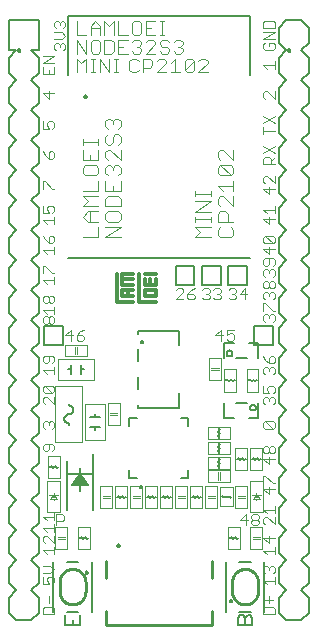
<source format=gto>
G75*
%MOIN*%
%OFA0B0*%
%FSLAX25Y25*%
%IPPOS*%
%LPD*%
%AMOC8*
5,1,8,0,0,1.08239X$1,22.5*
%
%ADD10C,0.00300*%
%ADD11C,0.00400*%
%ADD12C,0.00700*%
%ADD13C,0.00787*%
%ADD14C,0.00800*%
%ADD15C,0.01000*%
%ADD16C,0.00500*%
%ADD17C,0.00100*%
%ADD18C,0.00394*%
%ADD19C,0.00600*%
%ADD20C,0.01200*%
D10*
X0015697Y0007209D02*
X0015697Y0009060D01*
X0016314Y0009677D01*
X0018783Y0009677D01*
X0019400Y0009060D01*
X0019400Y0007209D01*
X0015697Y0007209D01*
X0017548Y0010892D02*
X0017548Y0013361D01*
X0017548Y0017209D02*
X0015697Y0017209D01*
X0015697Y0019677D01*
X0015697Y0020892D02*
X0018166Y0020892D01*
X0019400Y0022126D01*
X0018166Y0023361D01*
X0015697Y0023361D01*
X0016931Y0027209D02*
X0015697Y0028443D01*
X0019400Y0028443D01*
X0019400Y0027209D02*
X0019400Y0029677D01*
X0019400Y0030892D02*
X0016931Y0033361D01*
X0016314Y0033361D01*
X0015697Y0032743D01*
X0015697Y0031509D01*
X0016314Y0030892D01*
X0019400Y0030892D02*
X0019400Y0033361D01*
X0019400Y0034709D02*
X0019400Y0037177D01*
X0020142Y0036825D02*
X0020142Y0040528D01*
X0021993Y0040528D01*
X0022611Y0039911D01*
X0022611Y0038677D01*
X0021993Y0038059D01*
X0020142Y0038059D01*
X0019400Y0038392D02*
X0019400Y0040861D01*
X0019400Y0039626D02*
X0015697Y0039626D01*
X0016931Y0038392D01*
X0015697Y0035943D02*
X0019400Y0035943D01*
X0016931Y0034709D02*
X0015697Y0035943D01*
X0017548Y0019677D02*
X0016931Y0019060D01*
X0016931Y0018443D01*
X0017548Y0017209D01*
X0018783Y0017209D02*
X0019400Y0017826D01*
X0019400Y0019060D01*
X0018783Y0019677D01*
X0017548Y0019677D01*
X0016931Y0061517D02*
X0017548Y0062134D01*
X0017548Y0063986D01*
X0016314Y0063986D02*
X0015697Y0063368D01*
X0015697Y0062134D01*
X0016314Y0061517D01*
X0016931Y0061517D01*
X0016314Y0063986D02*
X0018783Y0063986D01*
X0019400Y0063368D01*
X0019400Y0062134D01*
X0018783Y0061517D01*
X0018783Y0069017D02*
X0019400Y0069634D01*
X0019400Y0070868D01*
X0018783Y0071486D01*
X0018166Y0071486D01*
X0017548Y0070868D01*
X0017548Y0070251D01*
X0017548Y0070868D02*
X0016931Y0071486D01*
X0016314Y0071486D01*
X0015697Y0070868D01*
X0015697Y0069634D01*
X0016314Y0069017D01*
X0016314Y0077209D02*
X0015697Y0077826D01*
X0015697Y0079060D01*
X0016314Y0079677D01*
X0016931Y0079677D01*
X0019400Y0077209D01*
X0019400Y0079677D01*
X0018783Y0080892D02*
X0016314Y0083361D01*
X0018783Y0083361D01*
X0019400Y0082743D01*
X0019400Y0081509D01*
X0018783Y0080892D01*
X0016314Y0080892D01*
X0015697Y0081509D01*
X0015697Y0082743D01*
X0016314Y0083361D01*
X0016931Y0087209D02*
X0015697Y0088443D01*
X0019400Y0088443D01*
X0019400Y0087209D02*
X0019400Y0089677D01*
X0018783Y0090892D02*
X0019400Y0091509D01*
X0019400Y0092743D01*
X0018783Y0093361D01*
X0016314Y0093361D01*
X0015697Y0092743D01*
X0015697Y0091509D01*
X0016314Y0090892D01*
X0016931Y0090892D01*
X0017548Y0091509D01*
X0017548Y0093361D01*
X0023200Y0100177D02*
X0025669Y0100177D01*
X0026883Y0100177D02*
X0028735Y0100177D01*
X0029352Y0099559D01*
X0029352Y0098942D01*
X0028735Y0098325D01*
X0027500Y0098325D01*
X0026883Y0098942D01*
X0026883Y0100177D01*
X0028118Y0101411D01*
X0029352Y0102028D01*
X0025052Y0102028D02*
X0025052Y0098325D01*
X0023200Y0100177D02*
X0025052Y0102028D01*
X0019400Y0104634D02*
X0018783Y0104017D01*
X0018166Y0104017D01*
X0017548Y0104634D01*
X0017548Y0105868D01*
X0018166Y0106486D01*
X0018783Y0106486D01*
X0019400Y0105868D01*
X0019400Y0104634D01*
X0017548Y0104634D02*
X0016931Y0104017D01*
X0016314Y0104017D01*
X0015697Y0104634D01*
X0015697Y0105868D01*
X0016314Y0106486D01*
X0016931Y0106486D01*
X0017548Y0105868D01*
X0016931Y0107209D02*
X0015697Y0108443D01*
X0019400Y0108443D01*
X0019400Y0107209D02*
X0019400Y0109677D01*
X0018783Y0110892D02*
X0018166Y0110892D01*
X0017548Y0111509D01*
X0017548Y0112743D01*
X0018166Y0113361D01*
X0018783Y0113361D01*
X0019400Y0112743D01*
X0019400Y0111509D01*
X0018783Y0110892D01*
X0017548Y0111509D02*
X0016931Y0110892D01*
X0016314Y0110892D01*
X0015697Y0111509D01*
X0015697Y0112743D01*
X0016314Y0113361D01*
X0016931Y0113361D01*
X0017548Y0112743D01*
X0016931Y0117209D02*
X0015697Y0118443D01*
X0019400Y0118443D01*
X0019400Y0117209D02*
X0019400Y0119677D01*
X0019400Y0120892D02*
X0018783Y0120892D01*
X0016314Y0123361D01*
X0015697Y0123361D01*
X0015697Y0120892D01*
X0016931Y0127209D02*
X0015697Y0128443D01*
X0019400Y0128443D01*
X0019400Y0127209D02*
X0019400Y0129677D01*
X0018783Y0130892D02*
X0017548Y0130892D01*
X0017548Y0132743D01*
X0018166Y0133361D01*
X0018783Y0133361D01*
X0019400Y0132743D01*
X0019400Y0131509D01*
X0018783Y0130892D01*
X0017548Y0130892D02*
X0016314Y0132126D01*
X0015697Y0133361D01*
X0016931Y0137209D02*
X0015697Y0138443D01*
X0019400Y0138443D01*
X0019400Y0137209D02*
X0019400Y0139677D01*
X0018783Y0140892D02*
X0019400Y0141509D01*
X0019400Y0142743D01*
X0018783Y0143361D01*
X0017548Y0143361D01*
X0016931Y0142743D01*
X0016931Y0142126D01*
X0017548Y0140892D01*
X0015697Y0140892D01*
X0015697Y0143361D01*
X0015697Y0149017D02*
X0015697Y0151486D01*
X0016314Y0151486D01*
X0018783Y0149017D01*
X0019400Y0149017D01*
X0018783Y0159017D02*
X0017548Y0159017D01*
X0017548Y0160868D01*
X0018166Y0161486D01*
X0018783Y0161486D01*
X0019400Y0160868D01*
X0019400Y0159634D01*
X0018783Y0159017D01*
X0017548Y0159017D02*
X0016314Y0160251D01*
X0015697Y0161486D01*
X0015697Y0169017D02*
X0017548Y0169017D01*
X0016931Y0170251D01*
X0016931Y0170868D01*
X0017548Y0171486D01*
X0018783Y0171486D01*
X0019400Y0170868D01*
X0019400Y0169634D01*
X0018783Y0169017D01*
X0015697Y0169017D02*
X0015697Y0171486D01*
X0017548Y0179017D02*
X0017548Y0181486D01*
X0015697Y0180868D02*
X0017548Y0179017D01*
X0015697Y0180868D02*
X0019400Y0180868D01*
X0019400Y0187209D02*
X0015697Y0187209D01*
X0015697Y0189677D01*
X0015697Y0190892D02*
X0019400Y0193361D01*
X0015697Y0193361D01*
X0015697Y0190892D02*
X0019400Y0190892D01*
X0019400Y0189677D02*
X0019400Y0187209D01*
X0017548Y0187209D02*
X0017548Y0188443D01*
X0020064Y0195088D02*
X0019447Y0195705D01*
X0019447Y0196940D01*
X0020064Y0197557D01*
X0020681Y0197557D01*
X0021298Y0196940D01*
X0021916Y0197557D01*
X0022533Y0197557D01*
X0023150Y0196940D01*
X0023150Y0195705D01*
X0022533Y0195088D01*
X0021298Y0196322D02*
X0021298Y0196940D01*
X0021916Y0198771D02*
X0023150Y0200006D01*
X0021916Y0201240D01*
X0019447Y0201240D01*
X0020064Y0202454D02*
X0019447Y0203072D01*
X0019447Y0204306D01*
X0020064Y0204923D01*
X0020681Y0204923D01*
X0021298Y0204306D01*
X0021916Y0204923D01*
X0022533Y0204923D01*
X0023150Y0204306D01*
X0023150Y0203072D01*
X0022533Y0202454D01*
X0021298Y0203689D02*
X0021298Y0204306D01*
X0021916Y0198771D02*
X0019447Y0198771D01*
X0060692Y0115778D02*
X0060075Y0115161D01*
X0060692Y0115778D02*
X0061927Y0115778D01*
X0062544Y0115161D01*
X0062544Y0114544D01*
X0060075Y0112075D01*
X0062544Y0112075D01*
X0063758Y0112692D02*
X0063758Y0113927D01*
X0065610Y0113927D01*
X0066227Y0113309D01*
X0066227Y0112692D01*
X0065610Y0112075D01*
X0064375Y0112075D01*
X0063758Y0112692D01*
X0063758Y0113927D02*
X0064993Y0115161D01*
X0066227Y0115778D01*
X0068825Y0115161D02*
X0069442Y0115778D01*
X0070677Y0115778D01*
X0071294Y0115161D01*
X0071294Y0114544D01*
X0070677Y0113927D01*
X0071294Y0113309D01*
X0071294Y0112692D01*
X0070677Y0112075D01*
X0069442Y0112075D01*
X0068825Y0112692D01*
X0070059Y0113927D02*
X0070677Y0113927D01*
X0072508Y0115161D02*
X0073125Y0115778D01*
X0074360Y0115778D01*
X0074977Y0115161D01*
X0074977Y0114544D01*
X0074360Y0113927D01*
X0074977Y0113309D01*
X0074977Y0112692D01*
X0074360Y0112075D01*
X0073125Y0112075D01*
X0072508Y0112692D01*
X0073743Y0113927D02*
X0074360Y0113927D01*
X0077575Y0115161D02*
X0078192Y0115778D01*
X0079427Y0115778D01*
X0080044Y0115161D01*
X0080044Y0114544D01*
X0079427Y0113927D01*
X0080044Y0113309D01*
X0080044Y0112692D01*
X0079427Y0112075D01*
X0078192Y0112075D01*
X0077575Y0112692D01*
X0078809Y0113927D02*
X0079427Y0113927D01*
X0081258Y0113927D02*
X0083727Y0113927D01*
X0083110Y0115778D02*
X0083110Y0112075D01*
X0081258Y0113927D02*
X0083110Y0115778D01*
X0089197Y0116375D02*
X0089197Y0117610D01*
X0089814Y0118227D01*
X0090431Y0118227D01*
X0091048Y0117610D01*
X0091048Y0116375D01*
X0090431Y0115758D01*
X0089814Y0115758D01*
X0089197Y0116375D01*
X0091048Y0116375D02*
X0091666Y0115758D01*
X0092283Y0115758D01*
X0092900Y0116375D01*
X0092900Y0117610D01*
X0092283Y0118227D01*
X0091666Y0118227D01*
X0091048Y0117610D01*
X0089814Y0119575D02*
X0089197Y0120192D01*
X0089197Y0121427D01*
X0089814Y0122044D01*
X0090431Y0122044D01*
X0091048Y0121427D01*
X0091666Y0122044D01*
X0092283Y0122044D01*
X0092900Y0121427D01*
X0092900Y0120192D01*
X0092283Y0119575D01*
X0091048Y0120809D02*
X0091048Y0121427D01*
X0090431Y0123258D02*
X0089814Y0123258D01*
X0089197Y0123875D01*
X0089197Y0125110D01*
X0089814Y0125727D01*
X0092283Y0125727D01*
X0092900Y0125110D01*
X0092900Y0123875D01*
X0092283Y0123258D01*
X0091048Y0123875D02*
X0091048Y0125727D01*
X0091048Y0127075D02*
X0091048Y0129544D01*
X0089814Y0130758D02*
X0089197Y0131375D01*
X0089197Y0132610D01*
X0089814Y0133227D01*
X0092283Y0130758D01*
X0092900Y0131375D01*
X0092900Y0132610D01*
X0092283Y0133227D01*
X0089814Y0133227D01*
X0089814Y0130758D02*
X0092283Y0130758D01*
X0092900Y0128927D02*
X0089197Y0128927D01*
X0091048Y0127075D01*
X0091048Y0123875D02*
X0090431Y0123258D01*
X0090431Y0114544D02*
X0089814Y0114544D01*
X0089197Y0113927D01*
X0089197Y0112692D01*
X0089814Y0112075D01*
X0089814Y0110727D02*
X0092283Y0108258D01*
X0092900Y0108258D01*
X0092283Y0107044D02*
X0092900Y0106427D01*
X0092900Y0105192D01*
X0092283Y0104575D01*
X0091048Y0105809D02*
X0091048Y0106427D01*
X0091666Y0107044D01*
X0092283Y0107044D01*
X0091048Y0106427D02*
X0090431Y0107044D01*
X0089814Y0107044D01*
X0089197Y0106427D01*
X0089197Y0105192D01*
X0089814Y0104575D01*
X0089197Y0108258D02*
X0089197Y0110727D01*
X0089814Y0110727D01*
X0091048Y0113309D02*
X0091048Y0113927D01*
X0091666Y0114544D01*
X0092283Y0114544D01*
X0092900Y0113927D01*
X0092900Y0112692D01*
X0092283Y0112075D01*
X0091048Y0113927D02*
X0090431Y0114544D01*
X0079352Y0102028D02*
X0076883Y0102028D01*
X0076883Y0100177D01*
X0078118Y0100794D01*
X0078735Y0100794D01*
X0079352Y0100177D01*
X0079352Y0098942D01*
X0078735Y0098325D01*
X0077500Y0098325D01*
X0076883Y0098942D01*
X0075669Y0100177D02*
X0073200Y0100177D01*
X0075052Y0102028D01*
X0075052Y0098325D01*
X0089197Y0093227D02*
X0089814Y0091993D01*
X0091048Y0090758D01*
X0091048Y0092610D01*
X0091666Y0093227D01*
X0092283Y0093227D01*
X0092900Y0092610D01*
X0092900Y0091375D01*
X0092283Y0090758D01*
X0091048Y0090758D01*
X0090431Y0089544D02*
X0089814Y0089544D01*
X0089197Y0088927D01*
X0089197Y0087692D01*
X0089814Y0087075D01*
X0091048Y0088309D02*
X0091048Y0088927D01*
X0091666Y0089544D01*
X0092283Y0089544D01*
X0092900Y0088927D01*
X0092900Y0087692D01*
X0092283Y0087075D01*
X0091048Y0088927D02*
X0090431Y0089544D01*
X0091048Y0083227D02*
X0092283Y0083227D01*
X0092900Y0082610D01*
X0092900Y0081375D01*
X0092283Y0080758D01*
X0092283Y0079544D02*
X0092900Y0078927D01*
X0092900Y0077692D01*
X0092283Y0077075D01*
X0091048Y0078309D02*
X0091048Y0078927D01*
X0091666Y0079544D01*
X0092283Y0079544D01*
X0091048Y0078927D02*
X0090431Y0079544D01*
X0089814Y0079544D01*
X0089197Y0078927D01*
X0089197Y0077692D01*
X0089814Y0077075D01*
X0089197Y0080758D02*
X0091048Y0080758D01*
X0090431Y0081993D01*
X0090431Y0082610D01*
X0091048Y0083227D01*
X0089197Y0083227D02*
X0089197Y0080758D01*
X0089814Y0071419D02*
X0092283Y0068950D01*
X0092900Y0069567D01*
X0092900Y0070802D01*
X0092283Y0071419D01*
X0089814Y0071419D01*
X0089197Y0070802D01*
X0089197Y0069567D01*
X0089814Y0068950D01*
X0092283Y0068950D01*
X0092283Y0063227D02*
X0092900Y0062610D01*
X0092900Y0061375D01*
X0092283Y0060758D01*
X0091666Y0060758D01*
X0091048Y0061375D01*
X0091048Y0062610D01*
X0091666Y0063227D01*
X0092283Y0063227D01*
X0091048Y0062610D02*
X0090431Y0063227D01*
X0089814Y0063227D01*
X0089197Y0062610D01*
X0089197Y0061375D01*
X0089814Y0060758D01*
X0090431Y0060758D01*
X0091048Y0061375D01*
X0091048Y0059544D02*
X0091048Y0057075D01*
X0089197Y0058927D01*
X0092900Y0058927D01*
X0089814Y0053227D02*
X0092283Y0050758D01*
X0092900Y0050758D01*
X0092900Y0048927D02*
X0089197Y0048927D01*
X0091048Y0047075D01*
X0091048Y0049544D01*
X0089197Y0050758D02*
X0089197Y0053227D01*
X0089814Y0053227D01*
X0092900Y0043227D02*
X0092900Y0040758D01*
X0092900Y0039544D02*
X0092900Y0037075D01*
X0090431Y0039544D01*
X0089814Y0039544D01*
X0089197Y0038927D01*
X0089197Y0037692D01*
X0089814Y0037075D01*
X0087611Y0037442D02*
X0086993Y0036825D01*
X0085759Y0036825D01*
X0085142Y0037442D01*
X0085142Y0038059D01*
X0085759Y0038677D01*
X0086993Y0038677D01*
X0087611Y0038059D01*
X0087611Y0037442D01*
X0086993Y0038677D02*
X0087611Y0039294D01*
X0087611Y0039911D01*
X0086993Y0040528D01*
X0085759Y0040528D01*
X0085142Y0039911D01*
X0085142Y0039294D01*
X0085759Y0038677D01*
X0083927Y0038677D02*
X0081459Y0038677D01*
X0083310Y0040528D01*
X0083310Y0036825D01*
X0089197Y0032610D02*
X0091048Y0030758D01*
X0091048Y0033227D01*
X0089197Y0032610D02*
X0092900Y0032610D01*
X0092900Y0029544D02*
X0092900Y0027075D01*
X0092900Y0028309D02*
X0089197Y0028309D01*
X0090431Y0027075D01*
X0090431Y0023227D02*
X0089814Y0023227D01*
X0089197Y0022610D01*
X0089197Y0021375D01*
X0089814Y0020758D01*
X0091048Y0021993D02*
X0091048Y0022610D01*
X0091666Y0023227D01*
X0092283Y0023227D01*
X0092900Y0022610D01*
X0092900Y0021375D01*
X0092283Y0020758D01*
X0092900Y0019544D02*
X0092900Y0017075D01*
X0092900Y0018309D02*
X0089197Y0018309D01*
X0090431Y0017075D01*
X0091048Y0013227D02*
X0091048Y0010758D01*
X0089814Y0009544D02*
X0089197Y0008927D01*
X0089197Y0007075D01*
X0092900Y0007075D01*
X0092900Y0008927D01*
X0092283Y0009544D01*
X0089814Y0009544D01*
X0089814Y0011993D02*
X0092283Y0011993D01*
X0091048Y0022610D02*
X0090431Y0023227D01*
X0090431Y0040758D02*
X0089197Y0041993D01*
X0092900Y0041993D01*
X0091048Y0137075D02*
X0091048Y0139544D01*
X0090431Y0140758D02*
X0089197Y0141993D01*
X0092900Y0141993D01*
X0092900Y0143227D02*
X0092900Y0140758D01*
X0092900Y0138927D02*
X0089197Y0138927D01*
X0091048Y0137075D01*
X0091048Y0147075D02*
X0089197Y0148927D01*
X0092900Y0148927D01*
X0092900Y0150758D02*
X0090431Y0153227D01*
X0089814Y0153227D01*
X0089197Y0152610D01*
X0089197Y0151375D01*
X0089814Y0150758D01*
X0091048Y0149544D02*
X0091048Y0147075D01*
X0092900Y0150758D02*
X0092900Y0153227D01*
X0092900Y0157075D02*
X0089197Y0157075D01*
X0089197Y0158927D01*
X0089814Y0159544D01*
X0091048Y0159544D01*
X0091666Y0158927D01*
X0091666Y0157075D01*
X0091666Y0158309D02*
X0092900Y0159544D01*
X0092900Y0160758D02*
X0089197Y0163227D01*
X0089197Y0160758D02*
X0092900Y0163227D01*
X0092900Y0168309D02*
X0089197Y0168309D01*
X0089197Y0167075D02*
X0089197Y0169544D01*
X0089197Y0170758D02*
X0092900Y0173227D01*
X0092900Y0170758D02*
X0089197Y0173227D01*
X0089814Y0178950D02*
X0089197Y0179567D01*
X0089197Y0180802D01*
X0089814Y0181419D01*
X0090431Y0181419D01*
X0092900Y0178950D01*
X0092900Y0181419D01*
X0092900Y0188950D02*
X0092900Y0191419D01*
X0092900Y0190184D02*
X0089197Y0190184D01*
X0090431Y0188950D01*
X0089814Y0195200D02*
X0092283Y0195200D01*
X0092900Y0195817D01*
X0092900Y0197052D01*
X0092283Y0197669D01*
X0091048Y0197669D01*
X0091048Y0196434D01*
X0089814Y0195200D02*
X0089197Y0195817D01*
X0089197Y0197052D01*
X0089814Y0197669D01*
X0089197Y0198883D02*
X0092900Y0201352D01*
X0089197Y0201352D01*
X0089197Y0202566D02*
X0089197Y0204418D01*
X0089814Y0205035D01*
X0092283Y0205035D01*
X0092900Y0204418D01*
X0092900Y0202566D01*
X0089197Y0202566D01*
X0089197Y0198883D02*
X0092900Y0198883D01*
D11*
X0079100Y0162002D02*
X0079100Y0158532D01*
X0075630Y0162002D01*
X0074763Y0162002D01*
X0073896Y0161134D01*
X0073896Y0159399D01*
X0074763Y0158532D01*
X0074763Y0156845D02*
X0078233Y0153376D01*
X0079100Y0154243D01*
X0079100Y0155978D01*
X0078233Y0156845D01*
X0074763Y0156845D01*
X0073896Y0155978D01*
X0073896Y0154243D01*
X0074763Y0153376D01*
X0078233Y0153376D01*
X0079100Y0151689D02*
X0079100Y0148219D01*
X0079100Y0146532D02*
X0079100Y0143063D01*
X0075630Y0146532D01*
X0074763Y0146532D01*
X0073896Y0145665D01*
X0073896Y0143930D01*
X0074763Y0143063D01*
X0074763Y0141376D02*
X0076498Y0141376D01*
X0077365Y0140509D01*
X0077365Y0137906D01*
X0079100Y0137906D02*
X0073896Y0137906D01*
X0073896Y0140509D01*
X0074763Y0141376D01*
X0071600Y0141344D02*
X0066396Y0141344D01*
X0071600Y0144814D01*
X0066396Y0144814D01*
X0066396Y0146500D02*
X0066396Y0148235D01*
X0066396Y0147368D02*
X0071600Y0147368D01*
X0071600Y0148235D02*
X0071600Y0146500D01*
X0073896Y0149954D02*
X0079100Y0149954D01*
X0075630Y0148219D02*
X0073896Y0149954D01*
X0071600Y0139641D02*
X0071600Y0137906D01*
X0071600Y0138774D02*
X0066396Y0138774D01*
X0066396Y0139641D02*
X0066396Y0137906D01*
X0066396Y0136220D02*
X0071600Y0136220D01*
X0071600Y0132750D02*
X0066396Y0132750D01*
X0068130Y0134485D01*
X0066396Y0136220D01*
X0073896Y0135352D02*
X0073896Y0133617D01*
X0074763Y0132750D01*
X0078233Y0132750D01*
X0079100Y0133617D01*
X0079100Y0135352D01*
X0078233Y0136220D01*
X0074763Y0136220D02*
X0073896Y0135352D01*
X0070589Y0187750D02*
X0067520Y0187750D01*
X0070589Y0190819D01*
X0070589Y0191587D01*
X0069822Y0192354D01*
X0068287Y0192354D01*
X0067520Y0191587D01*
X0065985Y0191587D02*
X0065985Y0188517D01*
X0065218Y0187750D01*
X0063683Y0187750D01*
X0062916Y0188517D01*
X0065985Y0191587D01*
X0065218Y0192354D01*
X0063683Y0192354D01*
X0062916Y0191587D01*
X0062916Y0188517D01*
X0061381Y0187750D02*
X0058312Y0187750D01*
X0056777Y0187750D02*
X0053708Y0187750D01*
X0056777Y0190819D01*
X0056777Y0191587D01*
X0056010Y0192354D01*
X0054475Y0192354D01*
X0053708Y0191587D01*
X0052173Y0191587D02*
X0052173Y0190052D01*
X0051406Y0189285D01*
X0049104Y0189285D01*
X0049104Y0187750D02*
X0049104Y0192354D01*
X0051406Y0192354D01*
X0052173Y0191587D01*
X0053089Y0194000D02*
X0050020Y0194000D01*
X0053089Y0197069D01*
X0053089Y0197837D01*
X0052322Y0198604D01*
X0050787Y0198604D01*
X0050020Y0197837D01*
X0050020Y0200250D02*
X0053089Y0200250D01*
X0051554Y0202552D02*
X0050020Y0202552D01*
X0050020Y0204854D02*
X0050020Y0200250D01*
X0048485Y0201017D02*
X0048485Y0204087D01*
X0047718Y0204854D01*
X0046183Y0204854D01*
X0045416Y0204087D01*
X0045416Y0201017D01*
X0046183Y0200250D01*
X0047718Y0200250D01*
X0048485Y0201017D01*
X0047718Y0198604D02*
X0048485Y0197837D01*
X0048485Y0197069D01*
X0047718Y0196302D01*
X0048485Y0195535D01*
X0048485Y0194767D01*
X0047718Y0194000D01*
X0046183Y0194000D01*
X0045416Y0194767D01*
X0043881Y0194000D02*
X0040812Y0194000D01*
X0040812Y0198604D01*
X0043881Y0198604D01*
X0043881Y0200250D02*
X0040812Y0200250D01*
X0040812Y0204854D01*
X0039277Y0204854D02*
X0039277Y0200250D01*
X0038510Y0198604D02*
X0036208Y0198604D01*
X0036208Y0194000D01*
X0038510Y0194000D01*
X0039277Y0194767D01*
X0039277Y0197837D01*
X0038510Y0198604D01*
X0036208Y0200250D02*
X0036208Y0204854D01*
X0037742Y0203319D01*
X0039277Y0204854D01*
X0040812Y0196302D02*
X0042346Y0196302D01*
X0040812Y0192354D02*
X0039277Y0192354D01*
X0040044Y0192354D02*
X0040044Y0187750D01*
X0039277Y0187750D02*
X0040812Y0187750D01*
X0037742Y0187750D02*
X0037742Y0192354D01*
X0034673Y0192354D02*
X0037742Y0187750D01*
X0034673Y0187750D02*
X0034673Y0192354D01*
X0033139Y0192354D02*
X0031604Y0192354D01*
X0032371Y0192354D02*
X0032371Y0187750D01*
X0031604Y0187750D02*
X0033139Y0187750D01*
X0030069Y0187750D02*
X0030069Y0192354D01*
X0028535Y0190819D01*
X0027000Y0192354D01*
X0027000Y0187750D01*
X0027000Y0194000D02*
X0027000Y0198604D01*
X0030069Y0194000D01*
X0030069Y0198604D01*
X0030069Y0200250D02*
X0027000Y0200250D01*
X0027000Y0204854D01*
X0031604Y0203319D02*
X0031604Y0200250D01*
X0032371Y0198604D02*
X0031604Y0197837D01*
X0031604Y0194767D01*
X0032371Y0194000D01*
X0033906Y0194000D01*
X0034673Y0194767D01*
X0034673Y0197837D01*
X0033906Y0198604D01*
X0032371Y0198604D01*
X0034673Y0200250D02*
X0034673Y0203319D01*
X0033139Y0204854D01*
X0031604Y0203319D01*
X0031604Y0202552D02*
X0034673Y0202552D01*
X0045267Y0192354D02*
X0044500Y0191587D01*
X0044500Y0188517D01*
X0045267Y0187750D01*
X0046802Y0187750D01*
X0047569Y0188517D01*
X0047569Y0191587D02*
X0046802Y0192354D01*
X0045267Y0192354D01*
X0046950Y0196302D02*
X0047718Y0196302D01*
X0047718Y0198604D02*
X0046183Y0198604D01*
X0045416Y0197837D01*
X0050020Y0204854D02*
X0053089Y0204854D01*
X0054624Y0204854D02*
X0056158Y0204854D01*
X0055391Y0204854D02*
X0055391Y0200250D01*
X0054624Y0200250D02*
X0056158Y0200250D01*
X0055391Y0198604D02*
X0054624Y0197837D01*
X0054624Y0197069D01*
X0055391Y0196302D01*
X0056926Y0196302D01*
X0057693Y0195535D01*
X0057693Y0194767D01*
X0056926Y0194000D01*
X0055391Y0194000D01*
X0054624Y0194767D01*
X0055391Y0198604D02*
X0056926Y0198604D01*
X0057693Y0197837D01*
X0059227Y0197837D02*
X0059995Y0198604D01*
X0061529Y0198604D01*
X0062297Y0197837D01*
X0062297Y0197069D01*
X0061529Y0196302D01*
X0062297Y0195535D01*
X0062297Y0194767D01*
X0061529Y0194000D01*
X0059995Y0194000D01*
X0059227Y0194767D01*
X0060762Y0196302D02*
X0061529Y0196302D01*
X0059846Y0192354D02*
X0059846Y0187750D01*
X0058312Y0190819D02*
X0059846Y0192354D01*
X0040733Y0172314D02*
X0041600Y0171447D01*
X0041600Y0169712D01*
X0040733Y0168845D01*
X0040733Y0167158D02*
X0039865Y0167158D01*
X0038998Y0166291D01*
X0038998Y0164556D01*
X0038130Y0163688D01*
X0037263Y0163688D01*
X0036396Y0164556D01*
X0036396Y0166291D01*
X0037263Y0167158D01*
X0037263Y0168845D02*
X0036396Y0169712D01*
X0036396Y0171447D01*
X0037263Y0172314D01*
X0038130Y0172314D01*
X0038998Y0171447D01*
X0039865Y0172314D01*
X0040733Y0172314D01*
X0038998Y0171447D02*
X0038998Y0170580D01*
X0040733Y0167158D02*
X0041600Y0166291D01*
X0041600Y0164556D01*
X0040733Y0163688D01*
X0041600Y0162002D02*
X0041600Y0158532D01*
X0038130Y0162002D01*
X0037263Y0162002D01*
X0036396Y0161134D01*
X0036396Y0159399D01*
X0037263Y0158532D01*
X0037263Y0156845D02*
X0036396Y0155978D01*
X0036396Y0154243D01*
X0037263Y0153376D01*
X0036396Y0151689D02*
X0036396Y0148219D01*
X0041600Y0148219D01*
X0041600Y0151689D01*
X0040733Y0153376D02*
X0041600Y0154243D01*
X0041600Y0155978D01*
X0040733Y0156845D01*
X0039865Y0156845D01*
X0038998Y0155978D01*
X0038998Y0155110D01*
X0038998Y0155978D02*
X0038130Y0156845D01*
X0037263Y0156845D01*
X0034100Y0155978D02*
X0034100Y0154243D01*
X0033233Y0153376D01*
X0029763Y0153376D01*
X0028896Y0154243D01*
X0028896Y0155978D01*
X0029763Y0156845D01*
X0033233Y0156845D01*
X0034100Y0155978D01*
X0034100Y0158532D02*
X0034100Y0162002D01*
X0034100Y0163688D02*
X0034100Y0165423D01*
X0034100Y0164556D02*
X0028896Y0164556D01*
X0028896Y0165423D02*
X0028896Y0163688D01*
X0028896Y0162002D02*
X0028896Y0158532D01*
X0034100Y0158532D01*
X0031498Y0158532D02*
X0031498Y0160267D01*
X0034100Y0151689D02*
X0034100Y0148219D01*
X0028896Y0148219D01*
X0028896Y0146532D02*
X0034100Y0146532D01*
X0034100Y0143063D02*
X0028896Y0143063D01*
X0030630Y0144798D01*
X0028896Y0146532D01*
X0030630Y0141376D02*
X0034100Y0141376D01*
X0036396Y0140509D02*
X0037263Y0141376D01*
X0040733Y0141376D01*
X0041600Y0140509D01*
X0041600Y0138774D01*
X0040733Y0137906D01*
X0037263Y0137906D01*
X0036396Y0138774D01*
X0036396Y0140509D01*
X0036396Y0143063D02*
X0036396Y0145665D01*
X0037263Y0146532D01*
X0040733Y0146532D01*
X0041600Y0145665D01*
X0041600Y0143063D01*
X0036396Y0143063D01*
X0038998Y0148219D02*
X0038998Y0149954D01*
X0031498Y0141376D02*
X0031498Y0137906D01*
X0030630Y0137906D02*
X0028896Y0139641D01*
X0030630Y0141376D01*
X0030630Y0137906D02*
X0034100Y0137906D01*
X0034100Y0136220D02*
X0034100Y0132750D01*
X0028896Y0132750D01*
X0036396Y0132750D02*
X0041600Y0136220D01*
X0036396Y0136220D01*
X0036396Y0132750D02*
X0041600Y0132750D01*
D12*
X0028012Y0006794D02*
X0028012Y0003525D01*
X0023108Y0003525D01*
X0023108Y0006794D01*
X0025560Y0005160D02*
X0025560Y0003525D01*
X0080608Y0003525D02*
X0080608Y0005977D01*
X0081426Y0006794D01*
X0082243Y0006794D01*
X0083060Y0005977D01*
X0083060Y0003525D01*
X0083060Y0005977D02*
X0083878Y0006794D01*
X0084695Y0006794D01*
X0085513Y0005977D01*
X0085513Y0003525D01*
X0080608Y0003525D01*
D13*
X0077932Y0011576D02*
X0077934Y0011615D01*
X0077940Y0011654D01*
X0077950Y0011692D01*
X0077963Y0011729D01*
X0077980Y0011764D01*
X0078000Y0011798D01*
X0078024Y0011829D01*
X0078051Y0011858D01*
X0078080Y0011884D01*
X0078112Y0011907D01*
X0078146Y0011927D01*
X0078182Y0011943D01*
X0078219Y0011955D01*
X0078258Y0011964D01*
X0078297Y0011969D01*
X0078336Y0011970D01*
X0078375Y0011967D01*
X0078414Y0011960D01*
X0078451Y0011949D01*
X0078488Y0011935D01*
X0078523Y0011917D01*
X0078556Y0011896D01*
X0078587Y0011871D01*
X0078615Y0011844D01*
X0078640Y0011814D01*
X0078662Y0011781D01*
X0078681Y0011747D01*
X0078696Y0011711D01*
X0078708Y0011673D01*
X0078716Y0011635D01*
X0078720Y0011596D01*
X0078720Y0011556D01*
X0078716Y0011517D01*
X0078708Y0011479D01*
X0078696Y0011441D01*
X0078681Y0011405D01*
X0078662Y0011371D01*
X0078640Y0011338D01*
X0078615Y0011308D01*
X0078587Y0011281D01*
X0078556Y0011256D01*
X0078523Y0011235D01*
X0078488Y0011217D01*
X0078451Y0011203D01*
X0078414Y0011192D01*
X0078375Y0011185D01*
X0078336Y0011182D01*
X0078297Y0011183D01*
X0078258Y0011188D01*
X0078219Y0011197D01*
X0078182Y0011209D01*
X0078146Y0011225D01*
X0078112Y0011245D01*
X0078080Y0011268D01*
X0078051Y0011294D01*
X0078024Y0011323D01*
X0078000Y0011354D01*
X0077980Y0011388D01*
X0077963Y0011423D01*
X0077950Y0011460D01*
X0077940Y0011498D01*
X0077934Y0011537D01*
X0077932Y0011576D01*
X0048000Y0049558D02*
X0048002Y0049597D01*
X0048008Y0049636D01*
X0048018Y0049674D01*
X0048031Y0049711D01*
X0048048Y0049746D01*
X0048068Y0049780D01*
X0048092Y0049811D01*
X0048119Y0049840D01*
X0048148Y0049866D01*
X0048180Y0049889D01*
X0048214Y0049909D01*
X0048250Y0049925D01*
X0048287Y0049937D01*
X0048326Y0049946D01*
X0048365Y0049951D01*
X0048404Y0049952D01*
X0048443Y0049949D01*
X0048482Y0049942D01*
X0048519Y0049931D01*
X0048556Y0049917D01*
X0048591Y0049899D01*
X0048624Y0049878D01*
X0048655Y0049853D01*
X0048683Y0049826D01*
X0048708Y0049796D01*
X0048730Y0049763D01*
X0048749Y0049729D01*
X0048764Y0049693D01*
X0048776Y0049655D01*
X0048784Y0049617D01*
X0048788Y0049578D01*
X0048788Y0049538D01*
X0048784Y0049499D01*
X0048776Y0049461D01*
X0048764Y0049423D01*
X0048749Y0049387D01*
X0048730Y0049353D01*
X0048708Y0049320D01*
X0048683Y0049290D01*
X0048655Y0049263D01*
X0048624Y0049238D01*
X0048591Y0049217D01*
X0048556Y0049199D01*
X0048519Y0049185D01*
X0048482Y0049174D01*
X0048443Y0049167D01*
X0048404Y0049164D01*
X0048365Y0049165D01*
X0048326Y0049170D01*
X0048287Y0049179D01*
X0048250Y0049191D01*
X0048214Y0049207D01*
X0048180Y0049227D01*
X0048148Y0049250D01*
X0048119Y0049276D01*
X0048092Y0049305D01*
X0048068Y0049336D01*
X0048048Y0049370D01*
X0048031Y0049405D01*
X0048018Y0049442D01*
X0048008Y0049480D01*
X0048002Y0049519D01*
X0048000Y0049558D01*
X0040520Y0030050D02*
X0040522Y0030089D01*
X0040528Y0030128D01*
X0040538Y0030166D01*
X0040551Y0030203D01*
X0040568Y0030238D01*
X0040588Y0030272D01*
X0040612Y0030303D01*
X0040639Y0030332D01*
X0040668Y0030358D01*
X0040700Y0030381D01*
X0040734Y0030401D01*
X0040770Y0030417D01*
X0040807Y0030429D01*
X0040846Y0030438D01*
X0040885Y0030443D01*
X0040924Y0030444D01*
X0040963Y0030441D01*
X0041002Y0030434D01*
X0041039Y0030423D01*
X0041076Y0030409D01*
X0041111Y0030391D01*
X0041144Y0030370D01*
X0041175Y0030345D01*
X0041203Y0030318D01*
X0041228Y0030288D01*
X0041250Y0030255D01*
X0041269Y0030221D01*
X0041284Y0030185D01*
X0041296Y0030147D01*
X0041304Y0030109D01*
X0041308Y0030070D01*
X0041308Y0030030D01*
X0041304Y0029991D01*
X0041296Y0029953D01*
X0041284Y0029915D01*
X0041269Y0029879D01*
X0041250Y0029845D01*
X0041228Y0029812D01*
X0041203Y0029782D01*
X0041175Y0029755D01*
X0041144Y0029730D01*
X0041111Y0029709D01*
X0041076Y0029691D01*
X0041039Y0029677D01*
X0041002Y0029666D01*
X0040963Y0029659D01*
X0040924Y0029656D01*
X0040885Y0029657D01*
X0040846Y0029662D01*
X0040807Y0029671D01*
X0040770Y0029683D01*
X0040734Y0029699D01*
X0040700Y0029719D01*
X0040668Y0029742D01*
X0040639Y0029768D01*
X0040612Y0029797D01*
X0040588Y0029828D01*
X0040568Y0029862D01*
X0040551Y0029897D01*
X0040538Y0029934D01*
X0040528Y0029972D01*
X0040522Y0030011D01*
X0040520Y0030050D01*
X0029880Y0021024D02*
X0029882Y0021063D01*
X0029888Y0021102D01*
X0029898Y0021140D01*
X0029911Y0021177D01*
X0029928Y0021212D01*
X0029948Y0021246D01*
X0029972Y0021277D01*
X0029999Y0021306D01*
X0030028Y0021332D01*
X0030060Y0021355D01*
X0030094Y0021375D01*
X0030130Y0021391D01*
X0030167Y0021403D01*
X0030206Y0021412D01*
X0030245Y0021417D01*
X0030284Y0021418D01*
X0030323Y0021415D01*
X0030362Y0021408D01*
X0030399Y0021397D01*
X0030436Y0021383D01*
X0030471Y0021365D01*
X0030504Y0021344D01*
X0030535Y0021319D01*
X0030563Y0021292D01*
X0030588Y0021262D01*
X0030610Y0021229D01*
X0030629Y0021195D01*
X0030644Y0021159D01*
X0030656Y0021121D01*
X0030664Y0021083D01*
X0030668Y0021044D01*
X0030668Y0021004D01*
X0030664Y0020965D01*
X0030656Y0020927D01*
X0030644Y0020889D01*
X0030629Y0020853D01*
X0030610Y0020819D01*
X0030588Y0020786D01*
X0030563Y0020756D01*
X0030535Y0020729D01*
X0030504Y0020704D01*
X0030471Y0020683D01*
X0030436Y0020665D01*
X0030399Y0020651D01*
X0030362Y0020640D01*
X0030323Y0020633D01*
X0030284Y0020630D01*
X0030245Y0020631D01*
X0030206Y0020636D01*
X0030167Y0020645D01*
X0030130Y0020657D01*
X0030094Y0020673D01*
X0030060Y0020693D01*
X0030028Y0020716D01*
X0029999Y0020742D01*
X0029972Y0020771D01*
X0029948Y0020802D01*
X0029928Y0020836D01*
X0029911Y0020871D01*
X0029898Y0020908D01*
X0029888Y0020946D01*
X0029882Y0020985D01*
X0029880Y0021024D01*
X0048296Y0097855D02*
X0048298Y0097894D01*
X0048304Y0097933D01*
X0048314Y0097971D01*
X0048327Y0098008D01*
X0048344Y0098043D01*
X0048364Y0098077D01*
X0048388Y0098108D01*
X0048415Y0098137D01*
X0048444Y0098163D01*
X0048476Y0098186D01*
X0048510Y0098206D01*
X0048546Y0098222D01*
X0048583Y0098234D01*
X0048622Y0098243D01*
X0048661Y0098248D01*
X0048700Y0098249D01*
X0048739Y0098246D01*
X0048778Y0098239D01*
X0048815Y0098228D01*
X0048852Y0098214D01*
X0048887Y0098196D01*
X0048920Y0098175D01*
X0048951Y0098150D01*
X0048979Y0098123D01*
X0049004Y0098093D01*
X0049026Y0098060D01*
X0049045Y0098026D01*
X0049060Y0097990D01*
X0049072Y0097952D01*
X0049080Y0097914D01*
X0049084Y0097875D01*
X0049084Y0097835D01*
X0049080Y0097796D01*
X0049072Y0097758D01*
X0049060Y0097720D01*
X0049045Y0097684D01*
X0049026Y0097650D01*
X0049004Y0097617D01*
X0048979Y0097587D01*
X0048951Y0097560D01*
X0048920Y0097535D01*
X0048887Y0097514D01*
X0048852Y0097496D01*
X0048815Y0097482D01*
X0048778Y0097471D01*
X0048739Y0097464D01*
X0048700Y0097461D01*
X0048661Y0097462D01*
X0048622Y0097467D01*
X0048583Y0097476D01*
X0048546Y0097488D01*
X0048510Y0097504D01*
X0048476Y0097524D01*
X0048444Y0097547D01*
X0048415Y0097573D01*
X0048388Y0097602D01*
X0048364Y0097633D01*
X0048344Y0097667D01*
X0048327Y0097702D01*
X0048314Y0097739D01*
X0048304Y0097777D01*
X0048298Y0097816D01*
X0048296Y0097855D01*
X0029497Y0179725D02*
X0029499Y0179764D01*
X0029505Y0179803D01*
X0029515Y0179841D01*
X0029528Y0179878D01*
X0029545Y0179913D01*
X0029565Y0179947D01*
X0029589Y0179978D01*
X0029616Y0180007D01*
X0029645Y0180033D01*
X0029677Y0180056D01*
X0029711Y0180076D01*
X0029747Y0180092D01*
X0029784Y0180104D01*
X0029823Y0180113D01*
X0029862Y0180118D01*
X0029901Y0180119D01*
X0029940Y0180116D01*
X0029979Y0180109D01*
X0030016Y0180098D01*
X0030053Y0180084D01*
X0030088Y0180066D01*
X0030121Y0180045D01*
X0030152Y0180020D01*
X0030180Y0179993D01*
X0030205Y0179963D01*
X0030227Y0179930D01*
X0030246Y0179896D01*
X0030261Y0179860D01*
X0030273Y0179822D01*
X0030281Y0179784D01*
X0030285Y0179745D01*
X0030285Y0179705D01*
X0030281Y0179666D01*
X0030273Y0179628D01*
X0030261Y0179590D01*
X0030246Y0179554D01*
X0030227Y0179520D01*
X0030205Y0179487D01*
X0030180Y0179457D01*
X0030152Y0179430D01*
X0030121Y0179405D01*
X0030088Y0179384D01*
X0030053Y0179366D01*
X0030016Y0179352D01*
X0029979Y0179341D01*
X0029940Y0179334D01*
X0029901Y0179331D01*
X0029862Y0179332D01*
X0029823Y0179337D01*
X0029784Y0179346D01*
X0029747Y0179358D01*
X0029711Y0179374D01*
X0029677Y0179394D01*
X0029645Y0179417D01*
X0029616Y0179443D01*
X0029589Y0179472D01*
X0029565Y0179503D01*
X0029545Y0179537D01*
X0029528Y0179572D01*
X0029515Y0179609D01*
X0029505Y0179647D01*
X0029499Y0179686D01*
X0029497Y0179725D01*
X0007343Y0195050D02*
X0007345Y0195089D01*
X0007351Y0195128D01*
X0007361Y0195166D01*
X0007374Y0195203D01*
X0007391Y0195238D01*
X0007411Y0195272D01*
X0007435Y0195303D01*
X0007462Y0195332D01*
X0007491Y0195358D01*
X0007523Y0195381D01*
X0007557Y0195401D01*
X0007593Y0195417D01*
X0007630Y0195429D01*
X0007669Y0195438D01*
X0007708Y0195443D01*
X0007747Y0195444D01*
X0007786Y0195441D01*
X0007825Y0195434D01*
X0007862Y0195423D01*
X0007899Y0195409D01*
X0007934Y0195391D01*
X0007967Y0195370D01*
X0007998Y0195345D01*
X0008026Y0195318D01*
X0008051Y0195288D01*
X0008073Y0195255D01*
X0008092Y0195221D01*
X0008107Y0195185D01*
X0008119Y0195147D01*
X0008127Y0195109D01*
X0008131Y0195070D01*
X0008131Y0195030D01*
X0008127Y0194991D01*
X0008119Y0194953D01*
X0008107Y0194915D01*
X0008092Y0194879D01*
X0008073Y0194845D01*
X0008051Y0194812D01*
X0008026Y0194782D01*
X0007998Y0194755D01*
X0007967Y0194730D01*
X0007934Y0194709D01*
X0007899Y0194691D01*
X0007862Y0194677D01*
X0007825Y0194666D01*
X0007786Y0194659D01*
X0007747Y0194656D01*
X0007708Y0194657D01*
X0007669Y0194662D01*
X0007630Y0194671D01*
X0007593Y0194683D01*
X0007557Y0194699D01*
X0007523Y0194719D01*
X0007491Y0194742D01*
X0007462Y0194768D01*
X0007435Y0194797D01*
X0007411Y0194828D01*
X0007391Y0194862D01*
X0007374Y0194897D01*
X0007361Y0194934D01*
X0007351Y0194972D01*
X0007345Y0195011D01*
X0007343Y0195050D01*
X0097343Y0195050D02*
X0097345Y0195089D01*
X0097351Y0195128D01*
X0097361Y0195166D01*
X0097374Y0195203D01*
X0097391Y0195238D01*
X0097411Y0195272D01*
X0097435Y0195303D01*
X0097462Y0195332D01*
X0097491Y0195358D01*
X0097523Y0195381D01*
X0097557Y0195401D01*
X0097593Y0195417D01*
X0097630Y0195429D01*
X0097669Y0195438D01*
X0097708Y0195443D01*
X0097747Y0195444D01*
X0097786Y0195441D01*
X0097825Y0195434D01*
X0097862Y0195423D01*
X0097899Y0195409D01*
X0097934Y0195391D01*
X0097967Y0195370D01*
X0097998Y0195345D01*
X0098026Y0195318D01*
X0098051Y0195288D01*
X0098073Y0195255D01*
X0098092Y0195221D01*
X0098107Y0195185D01*
X0098119Y0195147D01*
X0098127Y0195109D01*
X0098131Y0195070D01*
X0098131Y0195030D01*
X0098127Y0194991D01*
X0098119Y0194953D01*
X0098107Y0194915D01*
X0098092Y0194879D01*
X0098073Y0194845D01*
X0098051Y0194812D01*
X0098026Y0194782D01*
X0097998Y0194755D01*
X0097967Y0194730D01*
X0097934Y0194709D01*
X0097899Y0194691D01*
X0097862Y0194677D01*
X0097825Y0194666D01*
X0097786Y0194659D01*
X0097747Y0194656D01*
X0097708Y0194657D01*
X0097669Y0194662D01*
X0097630Y0194671D01*
X0097593Y0194683D01*
X0097557Y0194699D01*
X0097523Y0194719D01*
X0097491Y0194742D01*
X0097462Y0194768D01*
X0097435Y0194797D01*
X0097411Y0194828D01*
X0097391Y0194862D01*
X0097374Y0194897D01*
X0097361Y0194934D01*
X0097351Y0194972D01*
X0097345Y0195011D01*
X0097343Y0195050D01*
D14*
X0004300Y0007550D02*
X0006800Y0005050D01*
X0011800Y0005050D01*
X0014300Y0007550D01*
X0014300Y0012550D01*
X0011800Y0015050D01*
X0014300Y0017550D01*
X0014300Y0022550D01*
X0011800Y0025050D01*
X0014300Y0027550D01*
X0014300Y0032550D01*
X0011800Y0035050D01*
X0014300Y0037550D01*
X0014300Y0042550D01*
X0011800Y0045050D01*
X0014300Y0047550D01*
X0014300Y0052550D01*
X0011800Y0055050D01*
X0014300Y0057550D01*
X0014300Y0062550D01*
X0011800Y0065050D01*
X0014300Y0067550D01*
X0014300Y0072550D01*
X0011800Y0075050D01*
X0014300Y0077550D01*
X0014300Y0082550D01*
X0011800Y0085050D01*
X0014300Y0087550D01*
X0014300Y0092550D01*
X0011800Y0095050D01*
X0014300Y0097550D01*
X0014300Y0102550D01*
X0011800Y0105050D01*
X0014300Y0107550D01*
X0014300Y0112550D01*
X0011800Y0115050D01*
X0014300Y0117550D01*
X0014300Y0122550D01*
X0011800Y0125050D01*
X0014300Y0127550D01*
X0014300Y0132550D01*
X0011800Y0135050D01*
X0014300Y0137550D01*
X0014300Y0142550D01*
X0011800Y0145050D01*
X0014300Y0147550D01*
X0014300Y0152550D01*
X0011800Y0155050D01*
X0014300Y0157550D01*
X0014300Y0162550D01*
X0011800Y0165050D01*
X0014300Y0167550D01*
X0014300Y0172550D01*
X0011800Y0175050D01*
X0014300Y0177550D01*
X0014300Y0182550D01*
X0011800Y0185050D01*
X0014300Y0187550D01*
X0014300Y0192550D01*
X0011800Y0195050D01*
X0014300Y0195050D01*
X0014300Y0205050D01*
X0011800Y0205050D01*
X0006800Y0205050D01*
X0004300Y0205050D01*
X0004300Y0195050D01*
X0006800Y0195050D01*
X0004300Y0192550D01*
X0004300Y0187550D01*
X0006800Y0185050D01*
X0004300Y0182550D01*
X0004300Y0177550D01*
X0006800Y0175050D01*
X0004300Y0172550D01*
X0004300Y0167550D01*
X0006800Y0165050D01*
X0004300Y0162550D01*
X0004300Y0157550D01*
X0006800Y0155050D01*
X0004300Y0152550D01*
X0004300Y0147550D01*
X0006800Y0145050D01*
X0004300Y0142550D01*
X0004300Y0137550D01*
X0006800Y0135050D01*
X0004300Y0132550D01*
X0004300Y0127550D01*
X0006800Y0125050D01*
X0004300Y0122550D01*
X0004300Y0117550D01*
X0006800Y0115050D01*
X0004300Y0112550D01*
X0004300Y0107550D01*
X0006800Y0105050D01*
X0004300Y0102550D01*
X0004300Y0097550D01*
X0006800Y0095050D01*
X0004300Y0092550D01*
X0004300Y0087550D01*
X0006800Y0085050D01*
X0004300Y0082550D01*
X0004300Y0077550D01*
X0006800Y0075050D01*
X0004300Y0072550D01*
X0004300Y0067550D01*
X0006800Y0065050D01*
X0004300Y0062550D01*
X0004300Y0057550D01*
X0006800Y0055050D01*
X0004300Y0052550D01*
X0004300Y0047550D01*
X0006800Y0045050D01*
X0004300Y0042550D01*
X0004300Y0037550D01*
X0006800Y0035050D01*
X0004300Y0032550D01*
X0004300Y0027550D01*
X0006800Y0025050D01*
X0004300Y0022550D01*
X0004300Y0017550D01*
X0006800Y0015050D01*
X0004300Y0012550D01*
X0004300Y0007550D01*
X0094300Y0007550D02*
X0096800Y0005050D01*
X0101800Y0005050D01*
X0104300Y0007550D01*
X0104300Y0012550D01*
X0101800Y0015050D01*
X0104300Y0017550D01*
X0104300Y0022550D01*
X0101800Y0025050D01*
X0104300Y0027550D01*
X0104300Y0032550D01*
X0101800Y0035050D01*
X0104300Y0037550D01*
X0104300Y0042550D01*
X0101800Y0045050D01*
X0104300Y0047550D01*
X0104300Y0052550D01*
X0101800Y0055050D01*
X0104300Y0057550D01*
X0104300Y0062550D01*
X0101800Y0065050D01*
X0104300Y0067550D01*
X0104300Y0072550D01*
X0101800Y0075050D01*
X0104300Y0077550D01*
X0104300Y0082550D01*
X0101800Y0085050D01*
X0104300Y0087550D01*
X0104300Y0092550D01*
X0101800Y0095050D01*
X0104300Y0097550D01*
X0104300Y0102550D01*
X0101800Y0105050D01*
X0104300Y0107550D01*
X0104300Y0112550D01*
X0101800Y0115050D01*
X0104300Y0117550D01*
X0104300Y0122550D01*
X0101800Y0125050D01*
X0104300Y0127550D01*
X0104300Y0132550D01*
X0101800Y0135050D01*
X0104300Y0137550D01*
X0104300Y0142550D01*
X0101800Y0145050D01*
X0104300Y0147550D01*
X0104300Y0152550D01*
X0101800Y0155050D01*
X0104300Y0157550D01*
X0104300Y0162550D01*
X0101800Y0165050D01*
X0104300Y0167550D01*
X0104300Y0172550D01*
X0101800Y0175050D01*
X0104300Y0177550D01*
X0104300Y0182550D01*
X0101800Y0185050D01*
X0104300Y0187550D01*
X0104300Y0192550D01*
X0101800Y0195050D01*
X0104300Y0197550D01*
X0104300Y0202550D01*
X0101800Y0205050D01*
X0096800Y0205050D01*
X0094300Y0202550D01*
X0094300Y0197550D01*
X0096800Y0195050D01*
X0094300Y0192550D01*
X0094300Y0187550D01*
X0096800Y0185050D01*
X0094300Y0182550D01*
X0094300Y0177550D01*
X0096800Y0175050D01*
X0094300Y0172550D01*
X0094300Y0167550D01*
X0096800Y0165050D01*
X0094300Y0162550D01*
X0094300Y0157550D01*
X0096800Y0155050D01*
X0094300Y0152550D01*
X0094300Y0147550D01*
X0096800Y0145050D01*
X0094300Y0142550D01*
X0094300Y0137550D01*
X0096800Y0135050D01*
X0094300Y0132550D01*
X0094300Y0127550D01*
X0096800Y0125050D01*
X0094300Y0122550D01*
X0094300Y0117550D01*
X0096800Y0115050D01*
X0094300Y0112550D01*
X0094300Y0107550D01*
X0096800Y0105050D01*
X0094300Y0102550D01*
X0094300Y0097550D01*
X0096800Y0095050D01*
X0094300Y0092550D01*
X0094300Y0087550D01*
X0096800Y0085050D01*
X0094300Y0082550D01*
X0094300Y0077550D01*
X0096800Y0075050D01*
X0094300Y0072550D01*
X0094300Y0067550D01*
X0096800Y0065050D01*
X0094300Y0062550D01*
X0094300Y0057550D01*
X0096800Y0055050D01*
X0094300Y0052550D01*
X0094300Y0047550D01*
X0096800Y0045050D01*
X0094300Y0042550D01*
X0094300Y0037550D01*
X0096800Y0035050D01*
X0094300Y0032550D01*
X0094300Y0027550D01*
X0096800Y0025050D01*
X0094300Y0022550D01*
X0094300Y0017550D01*
X0096800Y0015050D01*
X0094300Y0012550D01*
X0094300Y0007550D01*
D15*
X0087381Y0014725D02*
X0087381Y0017875D01*
X0087379Y0018006D01*
X0087373Y0018136D01*
X0087363Y0018267D01*
X0087349Y0018397D01*
X0087332Y0018527D01*
X0087310Y0018656D01*
X0087285Y0018784D01*
X0087255Y0018911D01*
X0087222Y0019038D01*
X0087185Y0019163D01*
X0087144Y0019288D01*
X0087100Y0019411D01*
X0087051Y0019532D01*
X0086999Y0019652D01*
X0086944Y0019771D01*
X0086885Y0019888D01*
X0086822Y0020003D01*
X0086756Y0020116D01*
X0086687Y0020227D01*
X0086614Y0020335D01*
X0086538Y0020442D01*
X0086459Y0020546D01*
X0086377Y0020648D01*
X0086292Y0020747D01*
X0086204Y0020844D01*
X0086112Y0020937D01*
X0086019Y0021029D01*
X0085922Y0021117D01*
X0085823Y0021202D01*
X0085721Y0021284D01*
X0085617Y0021363D01*
X0085510Y0021439D01*
X0085402Y0021512D01*
X0085291Y0021581D01*
X0085178Y0021647D01*
X0085063Y0021710D01*
X0084946Y0021769D01*
X0084827Y0021824D01*
X0084707Y0021876D01*
X0084586Y0021925D01*
X0084463Y0021969D01*
X0084338Y0022010D01*
X0084213Y0022047D01*
X0084086Y0022080D01*
X0083959Y0022110D01*
X0083831Y0022135D01*
X0083702Y0022157D01*
X0083572Y0022174D01*
X0083442Y0022188D01*
X0083311Y0022198D01*
X0083181Y0022204D01*
X0083050Y0022206D01*
X0082919Y0022204D01*
X0082789Y0022198D01*
X0082658Y0022188D01*
X0082528Y0022174D01*
X0082398Y0022157D01*
X0082269Y0022135D01*
X0082141Y0022110D01*
X0082014Y0022080D01*
X0081887Y0022047D01*
X0081762Y0022010D01*
X0081637Y0021969D01*
X0081514Y0021925D01*
X0081393Y0021876D01*
X0081273Y0021824D01*
X0081154Y0021769D01*
X0081037Y0021710D01*
X0080922Y0021647D01*
X0080809Y0021581D01*
X0080698Y0021512D01*
X0080590Y0021439D01*
X0080483Y0021363D01*
X0080379Y0021284D01*
X0080277Y0021202D01*
X0080178Y0021117D01*
X0080081Y0021029D01*
X0079988Y0020937D01*
X0079896Y0020844D01*
X0079808Y0020747D01*
X0079723Y0020648D01*
X0079641Y0020546D01*
X0079562Y0020442D01*
X0079486Y0020335D01*
X0079413Y0020227D01*
X0079344Y0020116D01*
X0079278Y0020003D01*
X0079215Y0019888D01*
X0079156Y0019771D01*
X0079101Y0019652D01*
X0079049Y0019532D01*
X0079000Y0019411D01*
X0078956Y0019288D01*
X0078915Y0019163D01*
X0078878Y0019038D01*
X0078845Y0018911D01*
X0078815Y0018784D01*
X0078790Y0018656D01*
X0078768Y0018527D01*
X0078751Y0018397D01*
X0078737Y0018267D01*
X0078727Y0018136D01*
X0078721Y0018006D01*
X0078719Y0017875D01*
X0078719Y0014725D01*
X0083050Y0010394D02*
X0083181Y0010396D01*
X0083311Y0010402D01*
X0083442Y0010412D01*
X0083572Y0010426D01*
X0083702Y0010443D01*
X0083831Y0010465D01*
X0083959Y0010490D01*
X0084086Y0010520D01*
X0084213Y0010553D01*
X0084338Y0010590D01*
X0084463Y0010631D01*
X0084586Y0010675D01*
X0084707Y0010724D01*
X0084827Y0010776D01*
X0084946Y0010831D01*
X0085063Y0010890D01*
X0085178Y0010953D01*
X0085291Y0011019D01*
X0085402Y0011088D01*
X0085510Y0011161D01*
X0085617Y0011237D01*
X0085721Y0011316D01*
X0085823Y0011398D01*
X0085922Y0011483D01*
X0086019Y0011571D01*
X0086112Y0011663D01*
X0086204Y0011756D01*
X0086292Y0011853D01*
X0086377Y0011952D01*
X0086459Y0012054D01*
X0086538Y0012158D01*
X0086614Y0012265D01*
X0086687Y0012373D01*
X0086756Y0012484D01*
X0086822Y0012597D01*
X0086885Y0012712D01*
X0086944Y0012829D01*
X0086999Y0012948D01*
X0087051Y0013068D01*
X0087100Y0013189D01*
X0087144Y0013312D01*
X0087185Y0013437D01*
X0087222Y0013562D01*
X0087255Y0013689D01*
X0087285Y0013816D01*
X0087310Y0013944D01*
X0087332Y0014073D01*
X0087349Y0014203D01*
X0087363Y0014333D01*
X0087373Y0014464D01*
X0087379Y0014594D01*
X0087381Y0014725D01*
X0083050Y0010394D02*
X0082919Y0010396D01*
X0082789Y0010402D01*
X0082658Y0010412D01*
X0082528Y0010426D01*
X0082398Y0010443D01*
X0082269Y0010465D01*
X0082141Y0010490D01*
X0082014Y0010520D01*
X0081887Y0010553D01*
X0081762Y0010590D01*
X0081637Y0010631D01*
X0081514Y0010675D01*
X0081393Y0010724D01*
X0081273Y0010776D01*
X0081154Y0010831D01*
X0081037Y0010890D01*
X0080922Y0010953D01*
X0080809Y0011019D01*
X0080698Y0011088D01*
X0080590Y0011161D01*
X0080483Y0011237D01*
X0080379Y0011316D01*
X0080277Y0011398D01*
X0080178Y0011483D01*
X0080081Y0011571D01*
X0079988Y0011663D01*
X0079896Y0011756D01*
X0079808Y0011853D01*
X0079723Y0011952D01*
X0079641Y0012054D01*
X0079562Y0012158D01*
X0079486Y0012265D01*
X0079413Y0012373D01*
X0079344Y0012484D01*
X0079278Y0012597D01*
X0079215Y0012712D01*
X0079156Y0012829D01*
X0079101Y0012948D01*
X0079049Y0013068D01*
X0079000Y0013189D01*
X0078956Y0013312D01*
X0078915Y0013437D01*
X0078878Y0013562D01*
X0078845Y0013689D01*
X0078815Y0013816D01*
X0078790Y0013944D01*
X0078768Y0014073D01*
X0078751Y0014203D01*
X0078737Y0014333D01*
X0078727Y0014464D01*
X0078721Y0014594D01*
X0078719Y0014725D01*
X0071898Y0019105D02*
X0071898Y0024774D01*
X0071898Y0008318D02*
X0071898Y0003475D01*
X0036702Y0003475D01*
X0036702Y0008318D01*
X0029881Y0014725D02*
X0029881Y0017875D01*
X0025550Y0022206D02*
X0025419Y0022204D01*
X0025289Y0022198D01*
X0025158Y0022188D01*
X0025028Y0022174D01*
X0024898Y0022157D01*
X0024769Y0022135D01*
X0024641Y0022110D01*
X0024514Y0022080D01*
X0024387Y0022047D01*
X0024262Y0022010D01*
X0024137Y0021969D01*
X0024014Y0021925D01*
X0023893Y0021876D01*
X0023773Y0021824D01*
X0023654Y0021769D01*
X0023537Y0021710D01*
X0023422Y0021647D01*
X0023309Y0021581D01*
X0023198Y0021512D01*
X0023090Y0021439D01*
X0022983Y0021363D01*
X0022879Y0021284D01*
X0022777Y0021202D01*
X0022678Y0021117D01*
X0022581Y0021029D01*
X0022488Y0020937D01*
X0022396Y0020844D01*
X0022308Y0020747D01*
X0022223Y0020648D01*
X0022141Y0020546D01*
X0022062Y0020442D01*
X0021986Y0020335D01*
X0021913Y0020227D01*
X0021844Y0020116D01*
X0021778Y0020003D01*
X0021715Y0019888D01*
X0021656Y0019771D01*
X0021601Y0019652D01*
X0021549Y0019532D01*
X0021500Y0019411D01*
X0021456Y0019288D01*
X0021415Y0019163D01*
X0021378Y0019038D01*
X0021345Y0018911D01*
X0021315Y0018784D01*
X0021290Y0018656D01*
X0021268Y0018527D01*
X0021251Y0018397D01*
X0021237Y0018267D01*
X0021227Y0018136D01*
X0021221Y0018006D01*
X0021219Y0017875D01*
X0021219Y0014725D01*
X0021221Y0014594D01*
X0021227Y0014464D01*
X0021237Y0014333D01*
X0021251Y0014203D01*
X0021268Y0014073D01*
X0021290Y0013944D01*
X0021315Y0013816D01*
X0021345Y0013689D01*
X0021378Y0013562D01*
X0021415Y0013437D01*
X0021456Y0013312D01*
X0021500Y0013189D01*
X0021549Y0013068D01*
X0021601Y0012948D01*
X0021656Y0012829D01*
X0021715Y0012712D01*
X0021778Y0012597D01*
X0021844Y0012484D01*
X0021913Y0012373D01*
X0021986Y0012265D01*
X0022062Y0012158D01*
X0022141Y0012054D01*
X0022223Y0011952D01*
X0022308Y0011853D01*
X0022396Y0011756D01*
X0022488Y0011663D01*
X0022581Y0011571D01*
X0022678Y0011483D01*
X0022777Y0011398D01*
X0022879Y0011316D01*
X0022983Y0011237D01*
X0023090Y0011161D01*
X0023198Y0011088D01*
X0023309Y0011019D01*
X0023422Y0010953D01*
X0023537Y0010890D01*
X0023654Y0010831D01*
X0023773Y0010776D01*
X0023893Y0010724D01*
X0024014Y0010675D01*
X0024137Y0010631D01*
X0024262Y0010590D01*
X0024387Y0010553D01*
X0024514Y0010520D01*
X0024641Y0010490D01*
X0024769Y0010465D01*
X0024898Y0010443D01*
X0025028Y0010426D01*
X0025158Y0010412D01*
X0025289Y0010402D01*
X0025419Y0010396D01*
X0025550Y0010394D01*
X0025681Y0010396D01*
X0025811Y0010402D01*
X0025942Y0010412D01*
X0026072Y0010426D01*
X0026202Y0010443D01*
X0026331Y0010465D01*
X0026459Y0010490D01*
X0026586Y0010520D01*
X0026713Y0010553D01*
X0026838Y0010590D01*
X0026963Y0010631D01*
X0027086Y0010675D01*
X0027207Y0010724D01*
X0027327Y0010776D01*
X0027446Y0010831D01*
X0027563Y0010890D01*
X0027678Y0010953D01*
X0027791Y0011019D01*
X0027902Y0011088D01*
X0028010Y0011161D01*
X0028117Y0011237D01*
X0028221Y0011316D01*
X0028323Y0011398D01*
X0028422Y0011483D01*
X0028519Y0011571D01*
X0028612Y0011663D01*
X0028704Y0011756D01*
X0028792Y0011853D01*
X0028877Y0011952D01*
X0028959Y0012054D01*
X0029038Y0012158D01*
X0029114Y0012265D01*
X0029187Y0012373D01*
X0029256Y0012484D01*
X0029322Y0012597D01*
X0029385Y0012712D01*
X0029444Y0012829D01*
X0029499Y0012948D01*
X0029551Y0013068D01*
X0029600Y0013189D01*
X0029644Y0013312D01*
X0029685Y0013437D01*
X0029722Y0013562D01*
X0029755Y0013689D01*
X0029785Y0013816D01*
X0029810Y0013944D01*
X0029832Y0014073D01*
X0029849Y0014203D01*
X0029863Y0014333D01*
X0029873Y0014464D01*
X0029879Y0014594D01*
X0029881Y0014725D01*
X0029881Y0017875D02*
X0029879Y0018006D01*
X0029873Y0018136D01*
X0029863Y0018267D01*
X0029849Y0018397D01*
X0029832Y0018527D01*
X0029810Y0018656D01*
X0029785Y0018784D01*
X0029755Y0018911D01*
X0029722Y0019038D01*
X0029685Y0019163D01*
X0029644Y0019288D01*
X0029600Y0019411D01*
X0029551Y0019532D01*
X0029499Y0019652D01*
X0029444Y0019771D01*
X0029385Y0019888D01*
X0029322Y0020003D01*
X0029256Y0020116D01*
X0029187Y0020227D01*
X0029114Y0020335D01*
X0029038Y0020442D01*
X0028959Y0020546D01*
X0028877Y0020648D01*
X0028792Y0020747D01*
X0028704Y0020844D01*
X0028612Y0020937D01*
X0028519Y0021029D01*
X0028422Y0021117D01*
X0028323Y0021202D01*
X0028221Y0021284D01*
X0028117Y0021363D01*
X0028010Y0021439D01*
X0027902Y0021512D01*
X0027791Y0021581D01*
X0027678Y0021647D01*
X0027563Y0021710D01*
X0027446Y0021769D01*
X0027327Y0021824D01*
X0027207Y0021876D01*
X0027086Y0021925D01*
X0026963Y0021969D01*
X0026838Y0022010D01*
X0026713Y0022047D01*
X0026586Y0022080D01*
X0026459Y0022110D01*
X0026331Y0022135D01*
X0026202Y0022157D01*
X0026072Y0022174D01*
X0025942Y0022188D01*
X0025811Y0022198D01*
X0025681Y0022204D01*
X0025550Y0022206D01*
X0036702Y0024774D02*
X0036702Y0019105D01*
D16*
X0031948Y0024568D02*
X0031948Y0008032D01*
X0027519Y0008032D02*
X0023581Y0008032D01*
X0019152Y0008032D02*
X0019152Y0024568D01*
X0023581Y0024568D02*
X0027519Y0024568D01*
X0028987Y0032237D02*
X0029612Y0032863D01*
X0030237Y0032237D01*
X0030550Y0032550D01*
X0030862Y0032550D01*
X0028987Y0032237D02*
X0028362Y0032863D01*
X0028050Y0032550D01*
X0027737Y0032550D01*
X0023719Y0041782D02*
X0023719Y0058318D01*
X0020863Y0056300D02*
X0020550Y0056300D01*
X0020238Y0055987D01*
X0019613Y0056612D01*
X0018988Y0055987D01*
X0018363Y0056612D01*
X0018050Y0056300D01*
X0017738Y0056300D01*
X0024113Y0053987D02*
X0028050Y0053987D01*
X0028050Y0055956D01*
X0028050Y0053987D02*
X0030806Y0050050D01*
X0025294Y0050050D01*
X0028050Y0053987D01*
X0031987Y0053987D01*
X0029509Y0051903D02*
X0026591Y0051903D01*
X0026940Y0052401D02*
X0029160Y0052401D01*
X0028811Y0052900D02*
X0027289Y0052900D01*
X0027638Y0053398D02*
X0028462Y0053398D01*
X0028113Y0053897D02*
X0027987Y0053897D01*
X0026242Y0051404D02*
X0029858Y0051404D01*
X0030207Y0050906D02*
X0025893Y0050906D01*
X0025544Y0050407D02*
X0030556Y0050407D01*
X0028050Y0050050D02*
X0028050Y0048081D01*
X0032381Y0041782D02*
X0032381Y0060680D01*
X0024300Y0070308D02*
X0024300Y0070847D01*
X0024300Y0070848D02*
X0024225Y0070850D01*
X0024151Y0070856D01*
X0024076Y0070865D01*
X0024003Y0070878D01*
X0023930Y0070895D01*
X0023858Y0070916D01*
X0023787Y0070940D01*
X0023718Y0070968D01*
X0023650Y0070999D01*
X0023584Y0071033D01*
X0023519Y0071071D01*
X0023457Y0071113D01*
X0023397Y0071157D01*
X0023339Y0071204D01*
X0023283Y0071254D01*
X0023230Y0071307D01*
X0023180Y0071363D01*
X0023133Y0071421D01*
X0023089Y0071481D01*
X0023047Y0071543D01*
X0023009Y0071608D01*
X0022975Y0071674D01*
X0022944Y0071742D01*
X0022916Y0071811D01*
X0022892Y0071882D01*
X0022871Y0071954D01*
X0022854Y0072027D01*
X0022841Y0072100D01*
X0022832Y0072175D01*
X0022826Y0072249D01*
X0022824Y0072324D01*
X0022826Y0072399D01*
X0022832Y0072473D01*
X0022841Y0072548D01*
X0022854Y0072621D01*
X0022871Y0072694D01*
X0022892Y0072766D01*
X0022916Y0072837D01*
X0022944Y0072906D01*
X0022975Y0072974D01*
X0023009Y0073040D01*
X0023047Y0073105D01*
X0023089Y0073167D01*
X0023133Y0073227D01*
X0023180Y0073285D01*
X0023230Y0073341D01*
X0023283Y0073394D01*
X0023339Y0073444D01*
X0023397Y0073491D01*
X0023457Y0073535D01*
X0023519Y0073577D01*
X0023584Y0073615D01*
X0023650Y0073649D01*
X0023718Y0073680D01*
X0023787Y0073708D01*
X0023858Y0073732D01*
X0023930Y0073753D01*
X0024003Y0073770D01*
X0024076Y0073783D01*
X0024151Y0073792D01*
X0024225Y0073798D01*
X0024300Y0073800D01*
X0025776Y0075276D02*
X0025774Y0075351D01*
X0025768Y0075425D01*
X0025759Y0075500D01*
X0025746Y0075573D01*
X0025729Y0075646D01*
X0025708Y0075718D01*
X0025684Y0075789D01*
X0025656Y0075858D01*
X0025625Y0075926D01*
X0025591Y0075992D01*
X0025553Y0076057D01*
X0025511Y0076119D01*
X0025467Y0076179D01*
X0025420Y0076237D01*
X0025370Y0076293D01*
X0025317Y0076346D01*
X0025261Y0076396D01*
X0025203Y0076443D01*
X0025143Y0076487D01*
X0025081Y0076529D01*
X0025016Y0076567D01*
X0024950Y0076601D01*
X0024882Y0076632D01*
X0024813Y0076660D01*
X0024742Y0076684D01*
X0024670Y0076705D01*
X0024597Y0076722D01*
X0024524Y0076735D01*
X0024449Y0076744D01*
X0024375Y0076750D01*
X0024300Y0076752D01*
X0024300Y0076753D02*
X0024300Y0077292D01*
X0025776Y0075276D02*
X0025774Y0075201D01*
X0025768Y0075127D01*
X0025759Y0075052D01*
X0025746Y0074979D01*
X0025729Y0074906D01*
X0025708Y0074834D01*
X0025684Y0074763D01*
X0025656Y0074694D01*
X0025625Y0074626D01*
X0025591Y0074560D01*
X0025553Y0074495D01*
X0025511Y0074433D01*
X0025467Y0074373D01*
X0025420Y0074315D01*
X0025370Y0074259D01*
X0025317Y0074206D01*
X0025261Y0074156D01*
X0025203Y0074109D01*
X0025143Y0074065D01*
X0025081Y0074023D01*
X0025016Y0073985D01*
X0024950Y0073951D01*
X0024882Y0073920D01*
X0024813Y0073892D01*
X0024742Y0073868D01*
X0024670Y0073847D01*
X0024597Y0073830D01*
X0024524Y0073817D01*
X0024449Y0073808D01*
X0024375Y0073802D01*
X0024300Y0073800D01*
X0040238Y0046300D02*
X0040550Y0046300D01*
X0040863Y0046612D01*
X0041488Y0045987D01*
X0042113Y0046612D01*
X0042738Y0045987D01*
X0043050Y0046300D01*
X0043362Y0046300D01*
X0044457Y0052707D02*
X0047017Y0052707D01*
X0044457Y0052707D02*
X0044457Y0055267D01*
X0050237Y0046300D02*
X0050550Y0046300D01*
X0050862Y0046612D01*
X0051487Y0045987D01*
X0052112Y0046612D01*
X0052737Y0045987D01*
X0053050Y0046300D01*
X0053362Y0046300D01*
X0055237Y0046300D02*
X0055550Y0046300D01*
X0055862Y0046612D01*
X0056487Y0045987D01*
X0057112Y0046612D01*
X0057737Y0045987D01*
X0058050Y0046300D01*
X0058362Y0046300D01*
X0061583Y0052707D02*
X0064143Y0052707D01*
X0064143Y0055267D01*
X0065863Y0046612D02*
X0065550Y0046300D01*
X0065237Y0046300D01*
X0065863Y0046612D02*
X0066488Y0045987D01*
X0067113Y0046612D01*
X0067738Y0045987D01*
X0068050Y0046300D01*
X0068363Y0046300D01*
X0074300Y0055987D02*
X0074300Y0056300D01*
X0073988Y0056612D01*
X0074613Y0057237D01*
X0073988Y0057862D01*
X0074613Y0058487D01*
X0074300Y0058800D01*
X0074300Y0059112D01*
X0074300Y0060987D02*
X0074300Y0061300D01*
X0073988Y0061612D01*
X0074613Y0062237D01*
X0073988Y0062862D01*
X0074613Y0063487D01*
X0074300Y0063800D01*
X0074300Y0064112D01*
X0074300Y0065988D02*
X0074300Y0066300D01*
X0073988Y0066613D01*
X0074613Y0067238D01*
X0073988Y0067863D01*
X0074613Y0068488D01*
X0074300Y0068800D01*
X0074300Y0069113D01*
X0080238Y0058800D02*
X0080550Y0058800D01*
X0080863Y0059112D01*
X0081488Y0058487D01*
X0082113Y0059112D01*
X0082738Y0058487D01*
X0083050Y0058800D01*
X0083363Y0058800D01*
X0085238Y0058800D02*
X0085550Y0058800D01*
X0085863Y0059112D01*
X0086487Y0058487D01*
X0087112Y0059112D01*
X0087737Y0058487D01*
X0088050Y0058800D01*
X0088362Y0058800D01*
X0084753Y0076034D02*
X0084755Y0076096D01*
X0084761Y0076159D01*
X0084771Y0076220D01*
X0084785Y0076281D01*
X0084802Y0076341D01*
X0084823Y0076400D01*
X0084849Y0076457D01*
X0084877Y0076512D01*
X0084909Y0076566D01*
X0084945Y0076617D01*
X0084983Y0076667D01*
X0085025Y0076713D01*
X0085069Y0076757D01*
X0085117Y0076798D01*
X0085166Y0076836D01*
X0085218Y0076870D01*
X0085272Y0076901D01*
X0085328Y0076929D01*
X0085386Y0076953D01*
X0085445Y0076974D01*
X0085505Y0076990D01*
X0085566Y0077003D01*
X0085628Y0077012D01*
X0085690Y0077017D01*
X0085753Y0077018D01*
X0085815Y0077015D01*
X0085877Y0077008D01*
X0085939Y0076997D01*
X0085999Y0076982D01*
X0086059Y0076964D01*
X0086117Y0076942D01*
X0086174Y0076916D01*
X0086229Y0076886D01*
X0086282Y0076853D01*
X0086333Y0076817D01*
X0086381Y0076778D01*
X0086427Y0076735D01*
X0086470Y0076690D01*
X0086510Y0076642D01*
X0086547Y0076592D01*
X0086581Y0076539D01*
X0086612Y0076485D01*
X0086638Y0076429D01*
X0086662Y0076371D01*
X0086681Y0076311D01*
X0086697Y0076251D01*
X0086709Y0076189D01*
X0086717Y0076128D01*
X0086721Y0076065D01*
X0086721Y0076003D01*
X0086717Y0075940D01*
X0086709Y0075879D01*
X0086697Y0075817D01*
X0086681Y0075757D01*
X0086662Y0075697D01*
X0086638Y0075639D01*
X0086612Y0075583D01*
X0086581Y0075529D01*
X0086547Y0075476D01*
X0086510Y0075426D01*
X0086470Y0075378D01*
X0086427Y0075333D01*
X0086381Y0075290D01*
X0086333Y0075251D01*
X0086282Y0075215D01*
X0086229Y0075182D01*
X0086174Y0075152D01*
X0086117Y0075126D01*
X0086059Y0075104D01*
X0085999Y0075086D01*
X0085939Y0075071D01*
X0085877Y0075060D01*
X0085815Y0075053D01*
X0085753Y0075050D01*
X0085690Y0075051D01*
X0085628Y0075056D01*
X0085566Y0075065D01*
X0085505Y0075078D01*
X0085445Y0075094D01*
X0085386Y0075115D01*
X0085328Y0075139D01*
X0085272Y0075167D01*
X0085218Y0075198D01*
X0085166Y0075232D01*
X0085117Y0075270D01*
X0085069Y0075311D01*
X0085025Y0075355D01*
X0084983Y0075401D01*
X0084945Y0075451D01*
X0084909Y0075502D01*
X0084877Y0075556D01*
X0084849Y0075611D01*
X0084823Y0075668D01*
X0084802Y0075727D01*
X0084785Y0075787D01*
X0084771Y0075848D01*
X0084761Y0075909D01*
X0084755Y0075972D01*
X0084753Y0076034D01*
X0085238Y0084738D02*
X0084613Y0085363D01*
X0084300Y0085050D01*
X0083988Y0085050D01*
X0085238Y0084738D02*
X0085863Y0085363D01*
X0086487Y0084738D01*
X0086800Y0085050D01*
X0087112Y0085050D01*
X0079613Y0085050D02*
X0079300Y0085050D01*
X0078988Y0084738D01*
X0078363Y0085363D01*
X0077738Y0084738D01*
X0077113Y0085363D01*
X0076800Y0085050D01*
X0076488Y0085050D01*
X0076879Y0094066D02*
X0076881Y0094128D01*
X0076887Y0094191D01*
X0076897Y0094252D01*
X0076911Y0094313D01*
X0076928Y0094373D01*
X0076949Y0094432D01*
X0076975Y0094489D01*
X0077003Y0094544D01*
X0077035Y0094598D01*
X0077071Y0094649D01*
X0077109Y0094699D01*
X0077151Y0094745D01*
X0077195Y0094789D01*
X0077243Y0094830D01*
X0077292Y0094868D01*
X0077344Y0094902D01*
X0077398Y0094933D01*
X0077454Y0094961D01*
X0077512Y0094985D01*
X0077571Y0095006D01*
X0077631Y0095022D01*
X0077692Y0095035D01*
X0077754Y0095044D01*
X0077816Y0095049D01*
X0077879Y0095050D01*
X0077941Y0095047D01*
X0078003Y0095040D01*
X0078065Y0095029D01*
X0078125Y0095014D01*
X0078185Y0094996D01*
X0078243Y0094974D01*
X0078300Y0094948D01*
X0078355Y0094918D01*
X0078408Y0094885D01*
X0078459Y0094849D01*
X0078507Y0094810D01*
X0078553Y0094767D01*
X0078596Y0094722D01*
X0078636Y0094674D01*
X0078673Y0094624D01*
X0078707Y0094571D01*
X0078738Y0094517D01*
X0078764Y0094461D01*
X0078788Y0094403D01*
X0078807Y0094343D01*
X0078823Y0094283D01*
X0078835Y0094221D01*
X0078843Y0094160D01*
X0078847Y0094097D01*
X0078847Y0094035D01*
X0078843Y0093972D01*
X0078835Y0093911D01*
X0078823Y0093849D01*
X0078807Y0093789D01*
X0078788Y0093729D01*
X0078764Y0093671D01*
X0078738Y0093615D01*
X0078707Y0093561D01*
X0078673Y0093508D01*
X0078636Y0093458D01*
X0078596Y0093410D01*
X0078553Y0093365D01*
X0078507Y0093322D01*
X0078459Y0093283D01*
X0078408Y0093247D01*
X0078355Y0093214D01*
X0078300Y0093184D01*
X0078243Y0093158D01*
X0078185Y0093136D01*
X0078125Y0093118D01*
X0078065Y0093103D01*
X0078003Y0093092D01*
X0077941Y0093085D01*
X0077879Y0093082D01*
X0077816Y0093083D01*
X0077754Y0093088D01*
X0077692Y0093097D01*
X0077631Y0093110D01*
X0077571Y0093126D01*
X0077512Y0093147D01*
X0077454Y0093171D01*
X0077398Y0093199D01*
X0077344Y0093230D01*
X0077292Y0093264D01*
X0077243Y0093302D01*
X0077195Y0093343D01*
X0077151Y0093387D01*
X0077109Y0093433D01*
X0077071Y0093483D01*
X0077035Y0093534D01*
X0077003Y0093588D01*
X0076975Y0093643D01*
X0076949Y0093700D01*
X0076928Y0093759D01*
X0076911Y0093819D01*
X0076897Y0093880D01*
X0076887Y0093941D01*
X0076881Y0094004D01*
X0076879Y0094066D01*
X0064143Y0072393D02*
X0064143Y0069833D01*
X0064143Y0072393D02*
X0061583Y0072393D01*
X0061190Y0076005D02*
X0047410Y0076005D01*
X0047410Y0076989D01*
X0047017Y0072393D02*
X0044457Y0072393D01*
X0044457Y0069833D01*
X0047410Y0082107D02*
X0047410Y0086044D01*
X0047410Y0091556D02*
X0047410Y0095493D01*
X0047410Y0100611D02*
X0047410Y0101595D01*
X0061190Y0101595D01*
X0061190Y0096713D01*
X0061190Y0080887D02*
X0061190Y0076005D01*
X0078363Y0032863D02*
X0078050Y0032550D01*
X0077738Y0032550D01*
X0078363Y0032863D02*
X0078988Y0032237D01*
X0079613Y0032863D01*
X0080238Y0032237D01*
X0080550Y0032550D01*
X0080863Y0032550D01*
X0081081Y0024568D02*
X0085019Y0024568D01*
X0089448Y0024568D02*
X0089448Y0008032D01*
X0085019Y0008032D02*
X0081081Y0008032D01*
X0076652Y0008032D02*
X0076652Y0024568D01*
X0084615Y0125887D02*
X0023985Y0125887D01*
X0023985Y0186713D02*
X0023985Y0206595D01*
X0084615Y0206595D01*
X0084615Y0186713D01*
D17*
X0075019Y0092540D02*
X0071081Y0092540D01*
X0071081Y0085060D01*
X0075019Y0085060D01*
X0075019Y0092540D01*
X0076081Y0088790D02*
X0080019Y0088790D01*
X0080019Y0081310D01*
X0076081Y0081310D01*
X0076081Y0088790D01*
X0083581Y0088790D02*
X0083581Y0081310D01*
X0087519Y0081310D01*
X0087519Y0088790D01*
X0083581Y0088790D01*
X0078040Y0069519D02*
X0078040Y0065581D01*
X0070560Y0065581D01*
X0070560Y0069519D01*
X0078040Y0069519D01*
X0078040Y0064519D02*
X0078040Y0060581D01*
X0070560Y0060581D01*
X0070560Y0064519D01*
X0078040Y0064519D01*
X0079831Y0062540D02*
X0083769Y0062540D01*
X0083769Y0055060D01*
X0079831Y0055060D01*
X0079831Y0062540D01*
X0078040Y0059519D02*
X0078040Y0055581D01*
X0070560Y0055581D01*
X0070560Y0059519D01*
X0078040Y0059519D01*
X0078040Y0055144D02*
X0078040Y0051206D01*
X0070560Y0051206D01*
X0070560Y0055144D01*
X0078040Y0055144D01*
X0079831Y0050040D02*
X0083769Y0050040D01*
X0083769Y0042560D01*
X0079831Y0042560D01*
X0079831Y0050040D01*
X0078965Y0049450D02*
X0074635Y0049450D01*
X0074635Y0043150D01*
X0078965Y0043150D01*
X0078965Y0049450D01*
X0073769Y0050040D02*
X0073769Y0042560D01*
X0069831Y0042560D01*
X0069831Y0050040D01*
X0073769Y0050040D01*
X0068769Y0050040D02*
X0068769Y0042560D01*
X0064831Y0042560D01*
X0064831Y0050040D01*
X0068769Y0050040D01*
X0063769Y0050040D02*
X0063769Y0042560D01*
X0059831Y0042560D01*
X0059831Y0050040D01*
X0063769Y0050040D01*
X0058769Y0050040D02*
X0058769Y0042560D01*
X0054831Y0042560D01*
X0054831Y0050040D01*
X0058769Y0050040D01*
X0053769Y0050040D02*
X0053769Y0042560D01*
X0049831Y0042560D01*
X0049831Y0050040D01*
X0053769Y0050040D01*
X0048769Y0050040D02*
X0048769Y0042560D01*
X0044831Y0042560D01*
X0044831Y0050040D01*
X0048769Y0050040D01*
X0043769Y0050040D02*
X0043769Y0042560D01*
X0039831Y0042560D01*
X0039831Y0050040D01*
X0043769Y0050040D01*
X0038769Y0050040D02*
X0038769Y0042560D01*
X0034831Y0042560D01*
X0034831Y0050040D01*
X0038769Y0050040D01*
X0031269Y0036290D02*
X0031269Y0028810D01*
X0027331Y0028810D01*
X0027331Y0036290D01*
X0031269Y0036290D01*
X0023769Y0036290D02*
X0023769Y0028810D01*
X0019831Y0028810D01*
X0019831Y0036290D01*
X0023769Y0036290D01*
X0021465Y0041182D02*
X0017135Y0041182D01*
X0017135Y0051418D01*
X0021465Y0051418D01*
X0021465Y0041182D01*
X0021269Y0052560D02*
X0017331Y0052560D01*
X0017331Y0060040D01*
X0021269Y0060040D01*
X0021269Y0052560D01*
X0019772Y0064548D02*
X0028828Y0064548D01*
X0028828Y0083052D01*
X0019772Y0083052D01*
X0019772Y0064548D01*
X0029612Y0065362D02*
X0036488Y0065362D01*
X0036488Y0077238D01*
X0029612Y0077238D01*
X0029612Y0065362D01*
X0037331Y0070060D02*
X0041269Y0070060D01*
X0041269Y0077540D01*
X0037331Y0077540D01*
X0037331Y0070060D01*
X0032737Y0085363D02*
X0020863Y0085363D01*
X0020863Y0092237D01*
X0032737Y0092237D01*
X0032737Y0085363D01*
X0030540Y0093081D02*
X0023060Y0093081D01*
X0023060Y0097019D01*
X0030540Y0097019D01*
X0030540Y0093081D01*
X0077331Y0036290D02*
X0077331Y0028810D01*
X0081269Y0028810D01*
X0081269Y0036290D01*
X0077331Y0036290D01*
X0084635Y0041182D02*
X0084635Y0051418D01*
X0088965Y0051418D01*
X0088965Y0041182D01*
X0084635Y0041182D01*
X0084831Y0036290D02*
X0088769Y0036290D01*
X0088769Y0028810D01*
X0084831Y0028810D01*
X0084831Y0036290D01*
X0084831Y0055060D02*
X0084831Y0062540D01*
X0088769Y0062540D01*
X0088769Y0055060D01*
X0084831Y0055060D01*
D18*
X0086800Y0047383D02*
X0086800Y0047038D01*
X0087981Y0045562D01*
X0085619Y0045562D01*
X0086800Y0047038D01*
X0088276Y0047038D01*
X0087248Y0046478D02*
X0086352Y0046478D01*
X0086665Y0046870D02*
X0086935Y0046870D01*
X0086800Y0047038D02*
X0085324Y0047038D01*
X0086038Y0046086D02*
X0087562Y0046086D01*
X0087876Y0045693D02*
X0085724Y0045693D01*
X0086800Y0045709D02*
X0086800Y0045217D01*
X0083020Y0045956D02*
X0081800Y0045956D01*
X0080580Y0045956D01*
X0080580Y0046644D02*
X0081800Y0046644D01*
X0083020Y0046644D01*
X0085580Y0032894D02*
X0086800Y0032894D01*
X0088020Y0032894D01*
X0088020Y0032206D02*
X0086800Y0032206D01*
X0085580Y0032206D01*
X0074644Y0051955D02*
X0074644Y0053175D01*
X0074644Y0054395D01*
X0073956Y0054395D02*
X0073956Y0053175D01*
X0073956Y0051955D01*
X0073020Y0046644D02*
X0071800Y0046644D01*
X0070580Y0046644D01*
X0070580Y0045956D02*
X0071800Y0045956D01*
X0073020Y0045956D01*
X0063020Y0045956D02*
X0061800Y0045956D01*
X0060580Y0045956D01*
X0060580Y0046644D02*
X0061800Y0046644D01*
X0063020Y0046644D01*
X0048020Y0046644D02*
X0046800Y0046644D01*
X0045580Y0046644D01*
X0045580Y0045956D02*
X0046800Y0045956D01*
X0048020Y0045956D01*
X0038020Y0045956D02*
X0036800Y0045956D01*
X0035580Y0045956D01*
X0035580Y0046644D02*
X0036800Y0046644D01*
X0038020Y0046644D01*
X0038080Y0073456D02*
X0039300Y0073456D01*
X0040520Y0073456D01*
X0040520Y0074144D02*
X0039300Y0074144D01*
X0038080Y0074144D01*
X0027144Y0093830D02*
X0027144Y0095050D01*
X0027144Y0096270D01*
X0026456Y0096270D02*
X0026456Y0095050D01*
X0026456Y0093830D01*
X0019300Y0047383D02*
X0019300Y0047038D01*
X0020481Y0045562D01*
X0018119Y0045562D01*
X0019300Y0047038D01*
X0020776Y0047038D01*
X0019748Y0046478D02*
X0018852Y0046478D01*
X0019165Y0046870D02*
X0019435Y0046870D01*
X0019300Y0047038D02*
X0017824Y0047038D01*
X0018538Y0046086D02*
X0020062Y0046086D01*
X0020376Y0045693D02*
X0018224Y0045693D01*
X0019300Y0045709D02*
X0019300Y0045217D01*
X0020580Y0032894D02*
X0021800Y0032894D01*
X0023020Y0032894D01*
X0023020Y0032206D02*
X0021800Y0032206D01*
X0020580Y0032206D01*
X0071830Y0088456D02*
X0073050Y0088456D01*
X0074270Y0088456D01*
X0074270Y0089144D02*
X0073050Y0089144D01*
X0071830Y0089144D01*
D19*
X0076091Y0092491D02*
X0076091Y0097609D01*
X0079241Y0097609D01*
X0080028Y0092491D02*
X0083572Y0092491D01*
X0084359Y0097609D02*
X0087509Y0097609D01*
X0087509Y0092491D01*
X0086175Y0096925D02*
X0086175Y0103175D01*
X0092425Y0103175D01*
X0092425Y0096925D01*
X0086175Y0096925D01*
X0083675Y0116925D02*
X0077425Y0116925D01*
X0077425Y0123175D01*
X0083675Y0123175D01*
X0083675Y0116925D01*
X0074925Y0116925D02*
X0068675Y0116925D01*
X0068675Y0123175D01*
X0074925Y0123175D01*
X0074925Y0116925D01*
X0066175Y0116925D02*
X0059925Y0116925D01*
X0059925Y0123175D01*
X0066175Y0123175D01*
X0066175Y0116925D01*
X0076091Y0077609D02*
X0076091Y0072491D01*
X0079241Y0072491D01*
X0080028Y0077609D02*
X0083572Y0077609D01*
X0084359Y0072491D02*
X0087509Y0072491D01*
X0087509Y0077609D01*
X0077981Y0046300D02*
X0078375Y0045906D01*
X0077981Y0046300D02*
X0077587Y0046300D01*
X0076013Y0046300D01*
X0075619Y0046300D01*
X0075225Y0046694D01*
X0034625Y0069602D02*
X0033050Y0069602D01*
X0031475Y0069602D01*
X0031475Y0072998D02*
X0033050Y0072998D01*
X0033050Y0073957D01*
X0033050Y0072998D02*
X0034625Y0072998D01*
X0033050Y0069602D02*
X0033050Y0068643D01*
X0028498Y0087225D02*
X0028498Y0088800D01*
X0029457Y0088800D01*
X0028498Y0088800D02*
X0028498Y0090375D01*
X0025102Y0090375D02*
X0025102Y0088800D01*
X0025102Y0087225D01*
X0025102Y0088800D02*
X0024143Y0088800D01*
X0022425Y0096925D02*
X0016175Y0096925D01*
X0016175Y0103175D01*
X0022425Y0103175D01*
X0022425Y0096925D01*
D20*
X0040238Y0111300D02*
X0045862Y0111300D01*
X0045862Y0113175D02*
X0043987Y0113175D01*
X0043987Y0115050D01*
X0045862Y0115050D01*
X0045862Y0116925D02*
X0042113Y0116925D01*
X0042113Y0118800D01*
X0042113Y0120675D01*
X0045862Y0120675D01*
X0045862Y0118800D02*
X0042113Y0118800D01*
X0040238Y0120675D02*
X0040238Y0111300D01*
X0042113Y0113175D02*
X0042113Y0115050D01*
X0043987Y0115050D01*
X0043987Y0113175D02*
X0042113Y0113175D01*
X0047737Y0111300D02*
X0053362Y0111300D01*
X0053362Y0113175D02*
X0053362Y0115050D01*
X0049612Y0115050D01*
X0049612Y0113175D01*
X0053362Y0113175D01*
X0053362Y0116925D02*
X0053362Y0118800D01*
X0053362Y0116925D02*
X0049612Y0116925D01*
X0049612Y0118800D01*
X0049612Y0120675D02*
X0053362Y0120675D01*
X0051487Y0118800D02*
X0051487Y0117550D01*
X0047737Y0120675D02*
X0047737Y0111300D01*
M02*

</source>
